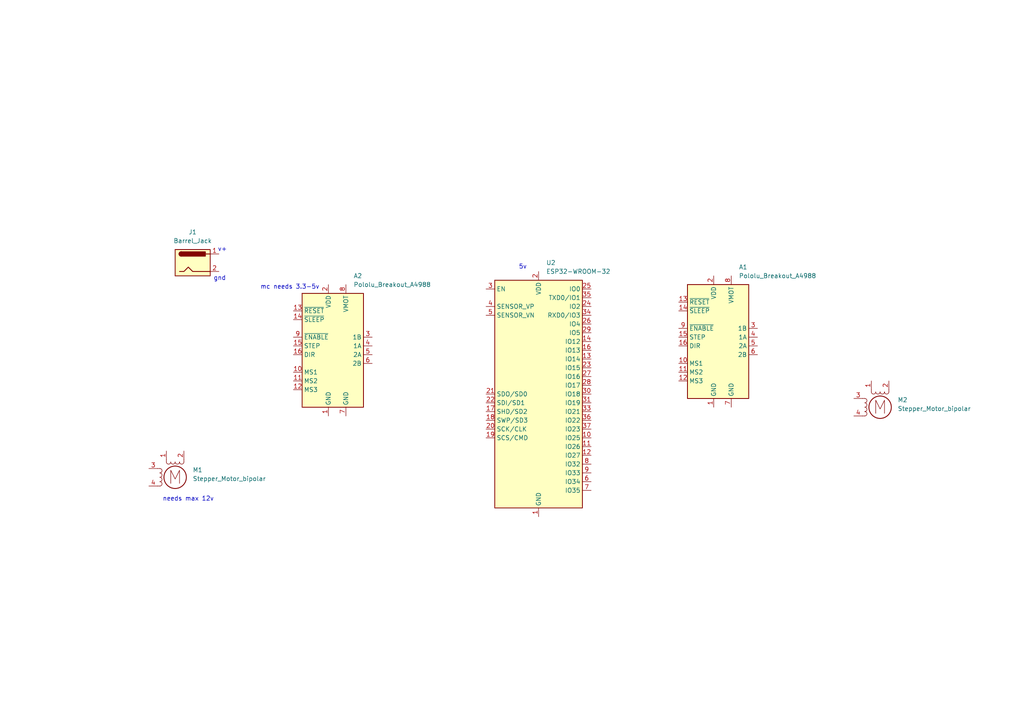
<source format=kicad_sch>
(kicad_sch (version 20231120) (generator "eeschema") (generator_version "8.0")
  (paper "A4")
  (lib_symbols
    (symbol "Connector:Barrel_Jack" (pin_names (offset 1.016))
      (property "Reference" "J" (at 0 5.334 0))
      (property "Value" "Barrel_Jack" (at 0 -5.08 0))
      (symbol "Barrel_Jack_0_1"
        (rectangle (start -5.08 3.81) (end 5.08 -3.81) (stroke (width 0.254)) (fill (type background)))
        (arc (start -3.302 3.175) (mid -3.9343 2.54) (end -3.302 1.905) (stroke (width 0.254)))
        (arc (start -3.302 3.175) (mid -3.9343 2.54) (end -3.302 1.905) (stroke (width 0.254)) (fill (type outline)))
        (polyline (pts (xy 5.08 2.54) (xy 3.81 2.54)) (stroke (width 0.254)))
        (polyline (pts (xy -3.81 -2.54) (xy -2.54 -2.54) (xy -1.27 -1.27) (xy 0 -2.54) (xy 2.54 -2.54) (xy 5.08 -2.54)) (stroke (width 0.254)))
        (rectangle (start 3.683 3.175) (end -3.302 1.905) (stroke (width 0.254)) (fill (type outline)))
      )
      (symbol "Barrel_Jack_1_1"
        (pin passive line (at 7.62 2.54 180) (length 2.54) (name "~") (number "1"))
        (pin passive line (at 7.62 -2.54 180) (length 2.54) (name "~") (number "2"))
      )
    )
    (symbol "Driver_Motor:Pololu_Breakout_A4988"
      (property "Reference" "A" (at -2.54 19.05 0))
      (property "Value" "Pololu_Breakout_A4988" (at -2.54 16.51 0))
      (symbol "Pololu_Breakout_A4988_0_1"
        (rectangle (start 10.16 -17.78) (end -7.62 15.24) (stroke (width 0.254)) (fill (type background)))
      )
      (symbol "Pololu_Breakout_A4988_1_1"
        (pin power_in line (at 0 -20.32 90) (length 2.54) (name "GND") (number "1"))
        (pin input line (at -10.16 -7.62 0) (length 2.54) (name "MS1") (number "10"))
        (pin input line (at -10.16 -10.16 0) (length 2.54) (name "MS2") (number "11"))
        (pin input line (at -10.16 -12.7 0) (length 2.54) (name "MS3") (number "12"))
        (pin input line (at -10.16 10.16 0) (length 2.54) (name "~{RESET}") (number "13"))
        (pin input line (at -10.16 7.62 0) (length 2.54) (name "~{SLEEP}") (number "14"))
        (pin input line (at -10.16 0 0) (length 2.54) (name "STEP") (number "15"))
        (pin input line (at -10.16 -2.54 0) (length 2.54) (name "DIR") (number "16"))
        (pin power_in line (at 0 17.78 270) (length 2.54) (name "VDD") (number "2"))
        (pin output line (at 12.7 2.54 180) (length 2.54) (name "1B") (number "3"))
        (pin output line (at 12.7 0 180) (length 2.54) (name "1A") (number "4"))
        (pin output line (at 12.7 -2.54 180) (length 2.54) (name "2A") (number "5"))
        (pin output line (at 12.7 -5.08 180) (length 2.54) (name "2B") (number "6"))
        (pin power_in line (at 5.08 -20.32 90) (length 2.54) (name "GND") (number "7"))
        (pin power_in line (at 5.08 17.78 270) (length 2.54) (name "VMOT") (number "8"))
        (pin input line (at -10.16 2.54 0) (length 2.54) (name "~{ENABLE}") (number "9"))
      )
    )
    (symbol "Motor:Stepper_Motor_bipolar" (pin_names (offset 0) hide)
      (property "Reference" "M" (at 3.81 2.54 0))
      (property "Value" "Stepper_Motor_bipolar" (at 3.81 1.27 0))
      (symbol "Stepper_Motor_bipolar_0_0"
        (polyline (pts (xy -1.27 -1.778) (xy -1.27 2.032) (xy 0 -0.508) (xy 1.27 2.032) (xy 1.27 -1.778)))
      )
      (symbol "Stepper_Motor_bipolar_0_1"
        (arc (start -4.445 -2.54) (mid -3.8127 -1.905) (end -4.445 -1.27))
        (arc (start -4.445 -1.27) (mid -3.8127 -0.635) (end -4.445 0))
        (arc (start -4.445 0) (mid -3.8127 0.635) (end -4.445 1.27))
        (arc (start -4.445 1.27) (mid -3.8127 1.905) (end -4.445 2.54))
        (arc (start -2.54 4.445) (mid -1.905 3.8127) (end -1.27 4.445))
        (arc (start -1.27 4.445) (mid -0.635 3.8127) (end 0 4.445))
        (polyline (pts (xy -5.08 -2.54) (xy -4.445 -2.54)))
        (polyline (pts (xy -5.08 2.54) (xy -4.445 2.54)))
        (polyline (pts (xy -2.54 5.08) (xy -2.54 4.445)))
        (polyline (pts (xy 2.54 5.08) (xy 2.54 4.445)))
        (circle (center 0 0) (radius 3.2512) (stroke (width 0.254)))
        (arc (start 0 4.445) (mid 0.635 3.8127) (end 1.27 4.445))
        (arc (start 1.27 4.445) (mid 1.905 3.8127) (end 2.54 4.445))
      )
      (symbol "Stepper_Motor_bipolar_1_1"
        (pin passive line (at -2.54 7.62 270) (length 2.54) (name "~") (number "1"))
        (pin passive line (at 2.54 7.62 270) (length 2.54) (name "-") (number "2"))
        (pin passive line (at -7.62 2.54 0) (length 2.54) (name "~") (number "3"))
        (pin passive line (at -7.62 -2.54 0) (length 2.54) (name "~") (number "4"))
      )
    )
    (symbol "RF_Module:ESP32-WROOM-32"
      (property "Reference" "U" (at -12.7 34.29 0))
      (property "Value" "ESP32-WROOM-32" (at 1.27 34.29 0))
      (symbol "ESP32-WROOM-32_0_1"
        (rectangle (start -12.7 33.02) (end 12.7 -33.02) (stroke (width 0.254)) (fill (type background)))
      )
      (symbol "ESP32-WROOM-32_1_1"
        (pin power_in line (at 0 -35.56 90) (length 2.54) (name "GND") (number "1"))
        (pin bidirectional line (at 15.24 -12.7 180) (length 2.54) (name "IO25") (number "10"))
        (pin bidirectional line (at 15.24 -15.24 180) (length 2.54) (name "IO26") (number "11"))
        (pin bidirectional line (at 15.24 -17.78 180) (length 2.54) (name "IO27") (number "12"))
        (pin bidirectional line (at 15.24 10.16 180) (length 2.54) (name "IO14") (number "13"))
        (pin bidirectional line (at 15.24 15.24 180) (length 2.54) (name "IO12") (number "14"))
        (pin passive line (at 0 -35.56 90) (length 2.54) hide (name "GND") (number "15"))
        (pin bidirectional line (at 15.24 12.7 180) (length 2.54) (name "IO13") (number "16"))
        (pin bidirectional line (at -15.24 -5.08 0) (length 2.54) (name "SHD/SD2") (number "17"))
        (pin bidirectional line (at -15.24 -7.62 0) (length 2.54) (name "SWP/SD3") (number "18"))
        (pin bidirectional line (at -15.24 -12.7 0) (length 2.54) (name "SCS/CMD") (number "19"))
        (pin power_in line (at 0 35.56 270) (length 2.54) (name "VDD") (number "2"))
        (pin bidirectional line (at -15.24 -10.16 0) (length 2.54) (name "SCK/CLK") (number "20"))
        (pin bidirectional line (at -15.24 0 0) (length 2.54) (name "SDO/SD0") (number "21"))
        (pin bidirectional line (at -15.24 -2.54 0) (length 2.54) (name "SDI/SD1") (number "22"))
        (pin bidirectional line (at 15.24 7.62 180) (length 2.54) (name "IO15") (number "23"))
        (pin bidirectional line (at 15.24 25.4 180) (length 2.54) (name "IO2") (number "24"))
        (pin bidirectional line (at 15.24 30.48 180) (length 2.54) (name "IO0") (number "25"))
        (pin bidirectional line (at 15.24 20.32 180) (length 2.54) (name "IO4") (number "26"))
        (pin bidirectional line (at 15.24 5.08 180) (length 2.54) (name "IO16") (number "27"))
        (pin bidirectional line (at 15.24 2.54 180) (length 2.54) (name "IO17") (number "28"))
        (pin bidirectional line (at 15.24 17.78 180) (length 2.54) (name "IO5") (number "29"))
        (pin input line (at -15.24 30.48 0) (length 2.54) (name "EN") (number "3"))
        (pin bidirectional line (at 15.24 0 180) (length 2.54) (name "IO18") (number "30"))
        (pin bidirectional line (at 15.24 -2.54 180) (length 2.54) (name "IO19") (number "31"))
        (pin no_connect line (at -12.7 -27.94 0) (length 2.54) hide (name "NC") (number "32"))
        (pin bidirectional line (at 15.24 -5.08 180) (length 2.54) (name "IO21") (number "33"))
        (pin bidirectional line (at 15.24 22.86 180) (length 2.54) (name "RXD0/IO3") (number "34"))
        (pin bidirectional line (at 15.24 27.94 180) (length 2.54) (name "TXD0/IO1") (number "35"))
        (pin bidirectional line (at 15.24 -7.62 180) (length 2.54) (name "IO22") (number "36"))
        (pin bidirectional line (at 15.24 -10.16 180) (length 2.54) (name "IO23") (number "37"))
        (pin passive line (at 0 -35.56 90) (length 2.54) hide (name "GND") (number "38"))
        (pin passive line (at 0 -35.56 90) (length 2.54) hide (name "GND") (number "39"))
        (pin input line (at -15.24 25.4 0) (length 2.54) (name "SENSOR_VP") (number "4"))
        (pin input line (at -15.24 22.86 0) (length 2.54) (name "SENSOR_VN") (number "5"))
        (pin input line (at 15.24 -25.4 180) (length 2.54) (name "IO34") (number "6"))
        (pin input line (at 15.24 -27.94 180) (length 2.54) (name "IO35") (number "7"))
        (pin bidirectional line (at 15.24 -20.32 180) (length 2.54) (name "IO32") (number "8"))
        (pin bidirectional line (at 15.24 -22.86 180) (length 2.54) (name "IO33") (number "9"))
      )
    )
  )
  (text "v+" (at 64.516 72.39 0) (effects (font (size 1.27 1.27))))
  (text "gnd" (at 63.754 80.772 0) (effects (font (size 1.27 1.27))))
  (text "needs max 12v" (at 54.61 144.78 0) (effects (font (size 1.27 1.27))))
  (text "5v" (at 151.638 77.47 0) (effects (font (size 1.27 1.27))))
  (text "mc needs 3.3-5v" (at 84.074 83.312 0) (effects (font (size 1.27 1.27))))
  (symbol (lib_id "Driver_Motor:Pololu_Breakout_A4988") (at 207.01 97.79 0) (unit 1)
    (property "Reference" "A1" (at 214.2841 77.47 0) (effects (justify left)))
    (property "Value" "Pololu_Breakout_A4988" (at 214.2841 80.01 0) (effects (justify left)))
    (property "Footprint" "Module:Pololu_Breakout-16_15.2x20.3mm" (effects (hide yes)))
    (property "Datasheet" "https://www.pololu.com/product/2980/pictures" (effects (hide yes)))
    (property "Description" "Pololu Breakout Board, Stepper Driver A4988" (effects (hide yes)))
  )
  (symbol (lib_id "Motor:Stepper_Motor_bipolar") (at 255.27 118.11 0) (unit 1)
    (property "Reference" "M2" (at 260.35 115.989 0) (effects (justify left)))
    (property "Value" "Stepper_Motor_bipolar" (at 260.35 118.529 0) (effects (justify left)))
    (property "Datasheet" "http://www.infineon.com/dgdl/Application-Note-TLE8110EE_driving_UniPolarStepperMotor_V1.1.pdf?fileId=db3a30431be39b97011be5d0aa0a00b0" (effects (hide yes)))
    (property "Description" "4-wire bipolar stepper motor" (effects (hide yes)))
  )
  (symbol (lib_id "Connector:Barrel_Jack") (at 55.88 76.2 0) (unit 1)
    (property "Reference" "J1" (at 55.88 67.31 0))
    (property "Value" "Barrel_Jack" (at 55.88 69.85 0))
    (property "Description" "DC Barrel Jack" (effects (hide yes)))
  )
  (symbol (lib_id "Motor:Stepper_Motor_bipolar") (at 50.8 138.43 0) (unit 1)
    (property "Reference" "M1" (at 55.88 136.309 0) (effects (justify left)))
    (property "Value" "Stepper_Motor_bipolar" (at 55.88 138.849 0) (effects (justify left)))
    (property "Datasheet" "http://www.infineon.com/dgdl/Application-Note-TLE8110EE_driving_UniPolarStepperMotor_V1.1.pdf?fileId=db3a30431be39b97011be5d0aa0a00b0" (effects (hide yes)))
    (property "Description" "4-wire bipolar stepper motor" (effects (hide yes)))
  )
  (symbol (lib_id "Driver_Motor:Pololu_Breakout_A4988") (at 95.25 100.33 0) (unit 1)
    (property "Reference" "A2" (at 102.5241 80.01 0) (effects (justify left)))
    (property "Value" "Pololu_Breakout_A4988" (at 102.5241 82.55 0) (effects (justify left)))
    (property "Footprint" "Module:Pololu_Breakout-16_15.2x20.3mm" (effects (hide yes)))
    (property "Datasheet" "https://www.pololu.com/product/2980/pictures" (effects (hide yes)))
    (property "Description" "Pololu Breakout Board, Stepper Driver A4988" (effects (hide yes)))
  )
  (symbol (lib_id "RF_Module:ESP32-WROOM-32") (at 156.21 114.3 0) (unit 1)
    (property "Reference" "U2" (at 158.4041 76.2 0) (effects (justify left)))
    (property "Value" "ESP32-WROOM-32" (at 158.4041 78.74 0) (effects (justify left)))
    (property "Footprint" "RF_Module:ESP32-WROOM-32D" (effects (hide yes)))
    (property "Datasheet" "https://www.espressif.com/sites/default/files/documentation/esp32-wroom-32_datasheet_en.pdf" (effects (hide yes)))
    (property "Description" "RF Module, ESP32-D0WDQ6 SoC, Wi-Fi 802.11b/g/n, Bluetooth, BLE, 32-bit, 2.7-3.6V, onboard antenna, SMD" (effects (hide yes)))
  )
)
</source>
